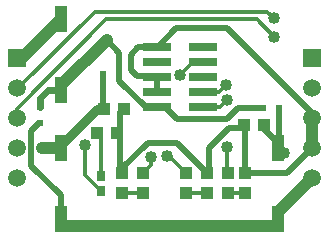
<source format=gbr>
G04 DipTrace 3.1.0.1*
G04 Bottom.gbr*
%MOIN*%
G04 #@! TF.FileFunction,Copper,L2,Bot*
G04 #@! TF.Part,Single*
G04 #@! TA.AperFunction,Conductor*
%ADD13C,0.012992*%
%ADD14C,0.03937*%
%ADD15C,0.019685*%
%ADD16C,0.023622*%
%ADD17C,0.031496*%
%ADD19R,0.019685X0.023622*%
%ADD20R,0.023622X0.019685*%
%ADD21R,0.03937X0.043307*%
%ADD22R,0.027559X0.035433*%
G04 #@! TA.AperFunction,ComponentPad*
%ADD23R,0.059055X0.059055*%
%ADD24C,0.059055*%
%ADD25R,0.043307X0.03937*%
%ADD26R,0.03937X0.09*%
%ADD29R,0.094488X0.029921*%
G04 #@! TA.AperFunction,ViaPad*
%ADD31C,0.04*%
%FSLAX26Y26*%
G04*
G70*
G90*
G75*
G01*
G04 Bottom*
%LPD*%
X1075197Y980315D2*
D13*
X1040551D1*
X996457Y936220D1*
X953937Y664567D2*
X959449D1*
X1015748Y608268D1*
X452756Y991339D2*
D14*
X469685D1*
X600000Y1121654D1*
X921654Y1030315D2*
D15*
X858661D1*
X832677Y1004331D1*
Y953937D1*
X853937Y932677D1*
X919291D1*
X921654Y930315D1*
Y880315D1*
X1210630Y769291D2*
X1214173Y765748D1*
Y609449D1*
X804331Y610236D2*
X796457D1*
Y735433D1*
X787795Y744094D1*
X798031D1*
Y812992D1*
X809055Y824016D1*
X1210630Y769291D2*
Y759843D1*
X1160630D1*
X1092520Y691732D1*
Y614567D1*
X1087008Y609055D1*
X985827Y710236D1*
X888976D1*
X800394Y621654D1*
Y610236D1*
X804331D1*
X1214173Y609449D2*
X1355118D1*
X1437008Y691339D1*
D14*
Y791339D1*
D15*
Y810060D1*
X1154549Y1092520D1*
X985433D1*
X923228Y1030315D1*
X921654D1*
Y830315D2*
X882677D1*
X795276Y917717D1*
Y938583D1*
X1272835Y825984D2*
X1190551D1*
X1154724Y790157D1*
X987008D1*
X946850Y830315D1*
X921654D1*
X795276Y938583D2*
Y1010630D1*
X752362Y1053543D1*
D14*
X600000Y901181D1*
Y885433D1*
X531496Y830315D2*
D16*
Y859055D1*
X557874Y885433D1*
X600000D1*
X452756Y791339D2*
D13*
Y823228D1*
X751575Y1122047D1*
X1253543D1*
X1311811Y1063780D1*
X1153543Y694488D2*
Y608268D1*
X1157480D1*
X740157Y938583D2*
D15*
Y825984D1*
X742126Y824016D1*
X600000Y692913D2*
D14*
X538583D1*
X537795Y693701D1*
X600000Y692913D2*
D17*
Y703150D1*
X720866Y824016D1*
X742126D1*
X1323622Y692913D2*
D15*
X1327953D1*
Y825984D1*
X1323622Y692913D2*
D13*
X1327559D1*
X1344882Y675591D1*
X1323622Y692913D2*
D15*
Y709843D1*
X1277559Y755906D1*
Y769291D1*
X1075197Y880315D2*
D13*
X1127953D1*
X1150394Y902756D1*
X1075197Y830315D2*
X1129921D1*
X1153543Y853937D1*
X1323622Y456693D2*
D14*
Y433465D1*
X600000D1*
Y456693D1*
X531496Y775197D2*
D15*
X526378D1*
X500394Y749213D1*
Y634252D1*
X600000Y534646D1*
Y456693D1*
X1323622D2*
D14*
Y477953D1*
X1437008Y591339D1*
X732283Y600394D2*
D13*
Y732677D1*
X720866Y744094D1*
X804331Y543307D2*
X872047D1*
X874016Y541339D1*
X1087008Y542126D2*
X1016535D1*
X1015748Y541339D1*
X1214173Y542520D2*
X1158661D1*
X1157480Y541339D1*
X452756Y891339D2*
X456299D1*
X712598Y1147638D1*
X1288583D1*
X1311024Y1125197D1*
X901575Y662205D2*
Y635827D1*
X874016Y608268D1*
X679528Y701969D2*
Y601969D1*
X732283Y549213D1*
D31*
X752362Y1053543D3*
X1153543Y853937D3*
X1150394Y902756D3*
X996457Y936220D3*
X537795Y693701D3*
X1344882Y675591D3*
X679528Y701969D3*
X901575Y662205D3*
X953937Y664567D3*
X1153543Y694488D3*
X1311811Y1063780D3*
X1311024Y1125197D3*
D19*
X740157Y938583D3*
X795276D3*
X1327953Y825984D3*
X1272835D3*
D20*
X531496Y830315D3*
Y775197D3*
D21*
X874016Y541339D3*
Y608268D3*
X1015748Y541339D3*
Y608268D3*
X1157480Y541339D3*
Y608268D3*
D22*
X732283Y600394D3*
Y549213D3*
D23*
X1437008Y991339D3*
D24*
Y891339D3*
Y791339D3*
Y691339D3*
Y591339D3*
D23*
X452756Y991339D3*
D24*
Y891339D3*
Y791339D3*
Y691339D3*
Y591339D3*
D25*
X809055Y824016D3*
X742126D3*
X1210630Y769291D3*
X1277559D3*
X787795Y744094D3*
X720866D3*
D21*
X804331Y610236D3*
Y543307D3*
X1087008Y609055D3*
Y542126D3*
X1214173Y609449D3*
Y542520D3*
D26*
X600000Y456693D3*
Y692913D3*
X1323622Y456693D3*
Y692913D3*
X600000Y1121654D3*
Y885433D3*
D29*
X921654Y930315D3*
Y980315D3*
Y1030315D3*
Y880315D3*
Y830315D3*
X1075197Y930315D3*
Y980315D3*
Y1030315D3*
Y880315D3*
Y830315D3*
M02*

</source>
